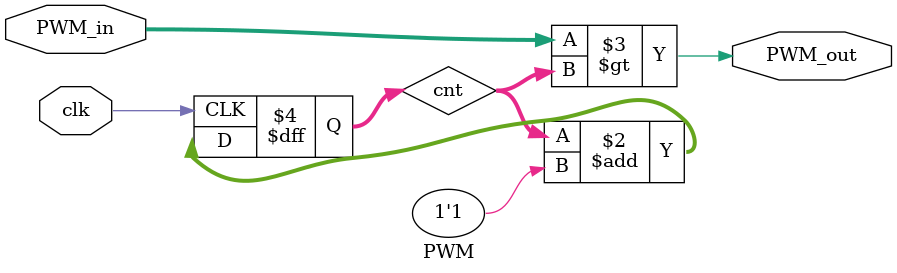
<source format=v>
module PWM(

    input clk,
    input [7:0] PWM_in,
    output PWM_out

);

	reg [7:0] cnt;

	always @(posedge clk)
	begin
		cnt <= cnt + 1'b1;  // free-running counter
	end

	assign PWM_out = (PWM_in > cnt);  // comparator

endmodule
</source>
